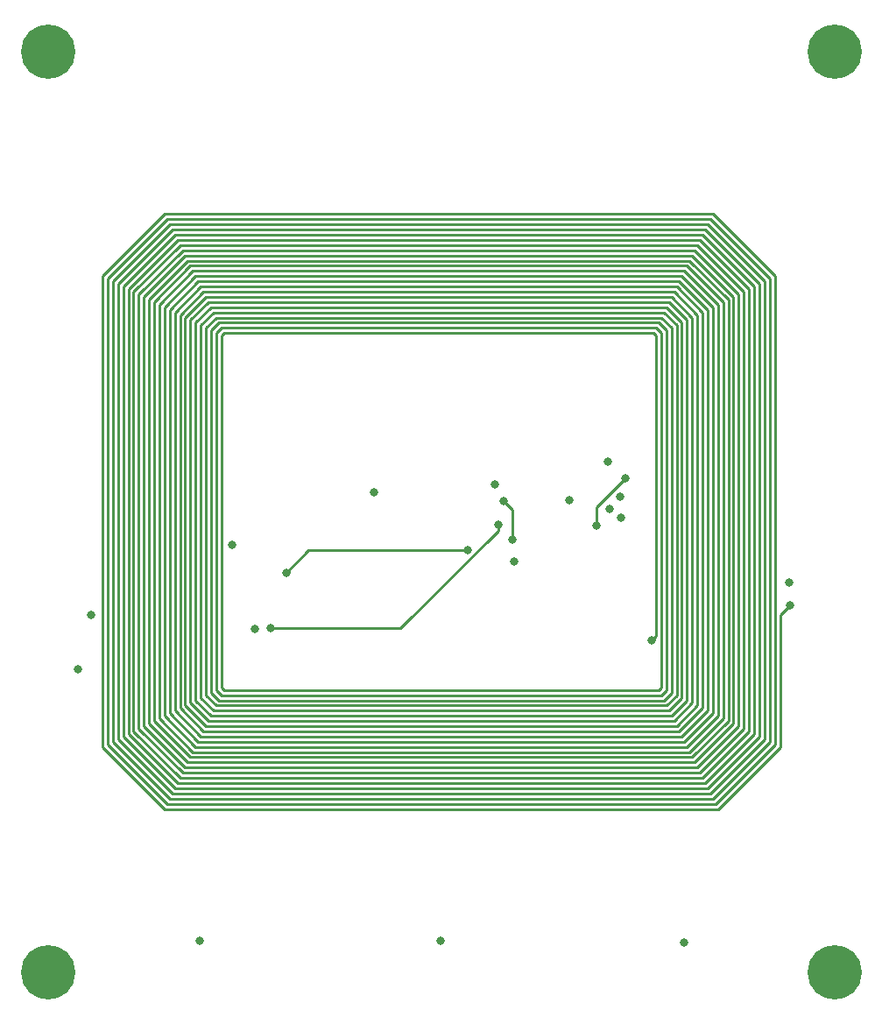
<source format=gbr>
%TF.GenerationSoftware,KiCad,Pcbnew,(6.0.7)*%
%TF.CreationDate,2023-01-31T02:47:43-08:00*%
%TF.ProjectId,solar-panel-NoCutout,736f6c61-722d-4706-916e-656c2d4e6f43,2.0*%
%TF.SameCoordinates,Original*%
%TF.FileFunction,Copper,L2,Inr*%
%TF.FilePolarity,Positive*%
%FSLAX46Y46*%
G04 Gerber Fmt 4.6, Leading zero omitted, Abs format (unit mm)*
G04 Created by KiCad (PCBNEW (6.0.7)) date 2023-01-31 02:47:43*
%MOMM*%
%LPD*%
G01*
G04 APERTURE LIST*
%TA.AperFunction,ComponentPad*%
%ADD10C,5.250000*%
%TD*%
%TA.AperFunction,ViaPad*%
%ADD11C,0.800000*%
%TD*%
%TA.AperFunction,Conductor*%
%ADD12C,0.250000*%
%TD*%
G04 APERTURE END LIST*
D10*
%TO.N,unconnected-(J2-Pad1)*%
%TO.C,J2*%
X106500000Y-70300000D03*
%TD*%
%TO.N,unconnected-(J3-Pad1)*%
%TO.C,J3*%
X106500000Y-159300000D03*
%TD*%
%TO.N,unconnected-(J4-Pad1)*%
%TO.C,J4*%
X182500000Y-70300000D03*
%TD*%
%TO.N,unconnected-(J5-Pad1)*%
%TO.C,J5*%
X182500000Y-159300000D03*
%TD*%
D11*
%TO.N,GND*%
X168000000Y-156390000D03*
X156860000Y-113670000D03*
X160570000Y-109960000D03*
X109400000Y-130030000D03*
X144450000Y-156250000D03*
X151530000Y-119620000D03*
X149675000Y-112100000D03*
X121120000Y-156220000D03*
X137975000Y-112925000D03*
X160750000Y-114500000D03*
%TO.N,+3V3*%
X150540000Y-113710000D03*
X126510000Y-126100000D03*
X151390000Y-117440000D03*
%TO.N,VSOLAR*%
X124270000Y-118000000D03*
X110660000Y-124750000D03*
%TO.N,SDA*%
X147030000Y-118510000D03*
X129500000Y-120644998D03*
%TO.N,SCL*%
X149990000Y-115990000D03*
X128000001Y-125999999D03*
%TO.N,Net-(C3-Pad1)*%
X159470000Y-116130000D03*
X162260000Y-111570000D03*
%TO.N,Net-(U3-Pad7)*%
X178200000Y-123800000D03*
X161890000Y-115330000D03*
X161820000Y-113350000D03*
X178120000Y-121620000D03*
X164800000Y-127190000D03*
%TD*%
D12*
%TO.N,+3V3*%
X151390000Y-114560000D02*
X150540000Y-113710000D01*
X151390000Y-117440000D02*
X151390000Y-114560000D01*
%TO.N,SDA*%
X129500000Y-120644998D02*
X131634998Y-118510000D01*
X131634998Y-118510000D02*
X147030000Y-118510000D01*
%TO.N,SCL*%
X140565304Y-126000001D02*
X128000001Y-126000001D01*
X149990000Y-115990000D02*
X149990000Y-116575305D01*
X149990000Y-116575305D02*
X140565304Y-126000001D01*
%TO.N,Net-(C3-Pad1)*%
X159470000Y-114360000D02*
X159470000Y-116130000D01*
X160205000Y-113625000D02*
X159470000Y-114360000D01*
X162260000Y-111570000D02*
X160205000Y-113625000D01*
%TO.N,Net-(U3-Pad7)*%
X172750000Y-94000000D02*
X172750000Y-135250000D01*
X165250000Y-97750000D02*
X165250000Y-126740000D01*
X171750000Y-94500000D02*
X171750000Y-134750000D01*
X168250000Y-96250000D02*
X168250000Y-133000000D01*
X170750000Y-95000000D02*
X170750000Y-134250000D01*
X113250000Y-136750000D02*
X113250000Y-92750000D01*
X115250000Y-135750000D02*
X115250000Y-93750000D01*
X118250000Y-87000000D02*
X170250000Y-87000000D01*
X174250000Y-93250000D02*
X174250000Y-136000000D01*
X175250000Y-92750000D02*
X175250000Y-136500000D01*
X165750000Y-97500000D02*
X165750000Y-131750000D01*
X111750000Y-92000000D02*
X117750000Y-86000000D01*
X121750000Y-94000000D02*
X166750000Y-94000000D01*
X120000000Y-90500000D02*
X168500000Y-90500000D01*
X167750000Y-132750000D02*
X166500000Y-134000000D01*
X175750000Y-136750000D02*
X170500000Y-142000000D01*
X167750000Y-136500000D02*
X121250000Y-136500000D01*
X170750000Y-142500000D02*
X118250000Y-142500000D01*
X114750000Y-136000000D02*
X114750000Y-93500000D01*
X169750000Y-95500000D02*
X169750000Y-133750000D01*
X170250000Y-134000000D02*
X167750000Y-136500000D01*
X169500000Y-140000000D02*
X119500000Y-140000000D01*
X165500000Y-96500000D02*
X166250000Y-97250000D01*
X122750000Y-96000000D02*
X165750000Y-96000000D01*
X122500000Y-134000000D02*
X121250000Y-132750000D01*
X122250000Y-132250000D02*
X122250000Y-97250000D01*
X117750000Y-143500000D02*
X111750000Y-137500000D01*
X118000000Y-86500000D02*
X170500000Y-86500000D01*
X119000000Y-88500000D02*
X169500000Y-88500000D01*
X120750000Y-133000000D02*
X120750000Y-96500000D01*
X165750000Y-96000000D02*
X166750000Y-97000000D01*
X175750000Y-92500000D02*
X175750000Y-136750000D01*
X174750000Y-136250000D02*
X170000000Y-141000000D01*
X121000000Y-137000000D02*
X118250000Y-134250000D01*
X123500000Y-132000000D02*
X123250000Y-131750000D01*
X170250000Y-87000000D02*
X175750000Y-92500000D01*
X169000000Y-89500000D02*
X173250000Y-93750000D01*
X166000000Y-133000000D02*
X123000000Y-133000000D01*
X115750000Y-94000000D02*
X119750000Y-90000000D01*
X173250000Y-93750000D02*
X173250000Y-135500000D01*
X167250000Y-96750000D02*
X167250000Y-132500000D01*
X165750000Y-132500000D02*
X123250000Y-132500000D01*
X112750000Y-137000000D02*
X112750000Y-92500000D01*
X166750000Y-134500000D02*
X122250000Y-134500000D01*
X170250000Y-95250000D02*
X170250000Y-134000000D01*
X173750000Y-93500000D02*
X173750000Y-135750000D01*
X113750000Y-136500000D02*
X113750000Y-93000000D01*
X120000000Y-139000000D02*
X116250000Y-135250000D01*
X171000000Y-143000000D02*
X118000000Y-143000000D01*
X166750000Y-97000000D02*
X166750000Y-132250000D01*
X119500000Y-140000000D02*
X115250000Y-135750000D01*
X177250000Y-124750000D02*
X177250000Y-137500000D01*
X123000000Y-133000000D02*
X122250000Y-132250000D01*
X112250000Y-92250000D02*
X118000000Y-86500000D01*
X173250000Y-135500000D02*
X169250000Y-139500000D01*
X116250000Y-94250000D02*
X120000000Y-90500000D01*
X175250000Y-136500000D02*
X170250000Y-141500000D01*
X170500000Y-142000000D02*
X118500000Y-142000000D01*
X168750000Y-133250000D02*
X167000000Y-135000000D01*
X122750000Y-133500000D02*
X121750000Y-132500000D01*
X169000000Y-139000000D02*
X120000000Y-139000000D01*
X117250000Y-134750000D02*
X117250000Y-94750000D01*
X166500000Y-94500000D02*
X168250000Y-96250000D01*
X122250000Y-97250000D02*
X123000000Y-96500000D01*
X113750000Y-93000000D02*
X118750000Y-88000000D01*
X116250000Y-135250000D02*
X116250000Y-94250000D01*
X177250000Y-137500000D02*
X171250000Y-143500000D01*
X169250000Y-95750000D02*
X169250000Y-133500000D01*
X115250000Y-93750000D02*
X119500000Y-89500000D01*
X123000000Y-96500000D02*
X165500000Y-96500000D01*
X122750000Y-97500000D02*
X123250000Y-97000000D01*
X121250000Y-132750000D02*
X121250000Y-96750000D01*
X122250000Y-95000000D02*
X166250000Y-95000000D01*
X121750000Y-135500000D02*
X119750000Y-133500000D01*
X111750000Y-137500000D02*
X111750000Y-92000000D01*
X169250000Y-139500000D02*
X119750000Y-139500000D01*
X166750000Y-94000000D02*
X168750000Y-96000000D01*
X122000000Y-135000000D02*
X120250000Y-133250000D01*
X120250000Y-96250000D02*
X122000000Y-94500000D01*
X118250000Y-142500000D02*
X112750000Y-137000000D01*
X123250000Y-131750000D02*
X123250000Y-97750000D01*
X123250000Y-132500000D02*
X122750000Y-132000000D01*
X168250000Y-137500000D02*
X120750000Y-137500000D01*
X119500000Y-89500000D02*
X169000000Y-89500000D01*
X166750000Y-132250000D02*
X166000000Y-133000000D01*
X166000000Y-95500000D02*
X167250000Y-96750000D01*
X171750000Y-134750000D02*
X168500000Y-138000000D01*
X170750000Y-86000000D02*
X176750000Y-92000000D01*
X168250000Y-91000000D02*
X171750000Y-94500000D01*
X165500000Y-132000000D02*
X123500000Y-132000000D01*
X118750000Y-88000000D02*
X169750000Y-88000000D01*
X170500000Y-86500000D02*
X176250000Y-92250000D01*
X172250000Y-135000000D02*
X168750000Y-138500000D01*
X113250000Y-92750000D02*
X118500000Y-87500000D01*
X119750000Y-96000000D02*
X121750000Y-94000000D01*
X168500000Y-90500000D02*
X172250000Y-94250000D01*
X168500000Y-138000000D02*
X120500000Y-138000000D01*
X112750000Y-92500000D02*
X118250000Y-87000000D01*
X119250000Y-140500000D02*
X114750000Y-136000000D01*
X120750000Y-137500000D02*
X117750000Y-134500000D01*
X167500000Y-92500000D02*
X170250000Y-95250000D01*
X165000000Y-97500000D02*
X165250000Y-97750000D01*
X166250000Y-133500000D02*
X122750000Y-133500000D01*
X168250000Y-133000000D02*
X166750000Y-134500000D01*
X122250000Y-134500000D02*
X120750000Y-133000000D01*
X118750000Y-95500000D02*
X121250000Y-93000000D01*
X116750000Y-94500000D02*
X120250000Y-91000000D01*
X176250000Y-92250000D02*
X176250000Y-137000000D01*
X172750000Y-135250000D02*
X169000000Y-139000000D01*
X171250000Y-94750000D02*
X171250000Y-134500000D01*
X115750000Y-135500000D02*
X115750000Y-94000000D01*
X170750000Y-134250000D02*
X168000000Y-137000000D01*
X118500000Y-142000000D02*
X113250000Y-136750000D01*
X165250000Y-126740000D02*
X164800000Y-127190000D01*
X165250000Y-97000000D02*
X165750000Y-97500000D01*
X176750000Y-92000000D02*
X176750000Y-137250000D01*
X169750000Y-88000000D02*
X174750000Y-93000000D01*
X173750000Y-135750000D02*
X169500000Y-140000000D01*
X119750000Y-133500000D02*
X119750000Y-96000000D01*
X118250000Y-95250000D02*
X121000000Y-92500000D01*
X119000000Y-141000000D02*
X114250000Y-136250000D01*
X118250000Y-134250000D02*
X118250000Y-95250000D01*
X120250000Y-138500000D02*
X116750000Y-135000000D01*
X112250000Y-137250000D02*
X112250000Y-92250000D01*
X122500000Y-95500000D02*
X166000000Y-95500000D01*
X121500000Y-136000000D02*
X119250000Y-133750000D01*
X166250000Y-97250000D02*
X166250000Y-132000000D01*
X116750000Y-135000000D02*
X116750000Y-94500000D01*
X121750000Y-97000000D02*
X122750000Y-96000000D01*
X121250000Y-93000000D02*
X167250000Y-93000000D01*
X117750000Y-134500000D02*
X117750000Y-95000000D01*
X119750000Y-90000000D02*
X168750000Y-90000000D01*
X170000000Y-141000000D02*
X119000000Y-141000000D01*
X123500000Y-97500000D02*
X165000000Y-97500000D01*
X119250000Y-89000000D02*
X169250000Y-89000000D01*
X176750000Y-137250000D02*
X171000000Y-143000000D01*
X169500000Y-88500000D02*
X174250000Y-93250000D01*
X167000000Y-135000000D02*
X122000000Y-135000000D01*
X168750000Y-138500000D02*
X120250000Y-138500000D01*
X120500000Y-91500000D02*
X168000000Y-91500000D01*
X171250000Y-134500000D02*
X168250000Y-137500000D01*
X114250000Y-93250000D02*
X119000000Y-88500000D01*
X120750000Y-92000000D02*
X167750000Y-92000000D01*
X123250000Y-97000000D02*
X165250000Y-97000000D01*
X168000000Y-137000000D02*
X121000000Y-137000000D01*
X122750000Y-132000000D02*
X122750000Y-97500000D01*
X114750000Y-93500000D02*
X119250000Y-89000000D01*
X166250000Y-95000000D02*
X167750000Y-96500000D01*
X167750000Y-96500000D02*
X167750000Y-132750000D01*
X120250000Y-133250000D02*
X120250000Y-96250000D01*
X169250000Y-89000000D02*
X173750000Y-93500000D01*
X167250000Y-132500000D02*
X166250000Y-133500000D01*
X121250000Y-136500000D02*
X118750000Y-134000000D01*
X118750000Y-141500000D02*
X113750000Y-136500000D01*
X122000000Y-94500000D02*
X166500000Y-94500000D01*
X167250000Y-93000000D02*
X169750000Y-95500000D01*
X178200000Y-123800000D02*
X177250000Y-124750000D01*
X166250000Y-132000000D02*
X165750000Y-132500000D01*
X121000000Y-92500000D02*
X167500000Y-92500000D01*
X119250000Y-133750000D02*
X119250000Y-95750000D01*
X171250000Y-143500000D02*
X117750000Y-143500000D01*
X174750000Y-93000000D02*
X174750000Y-136250000D01*
X117250000Y-94750000D02*
X120500000Y-91500000D01*
X169250000Y-133500000D02*
X167250000Y-135500000D01*
X169750000Y-140500000D02*
X119250000Y-140500000D01*
X170000000Y-87500000D02*
X175250000Y-92750000D01*
X172250000Y-94250000D02*
X172250000Y-135000000D01*
X170250000Y-141500000D02*
X118750000Y-141500000D01*
X118000000Y-143000000D02*
X112250000Y-137250000D01*
X120500000Y-138000000D02*
X117250000Y-134750000D01*
X123250000Y-97750000D02*
X123500000Y-97500000D01*
X120750000Y-96500000D02*
X122250000Y-95000000D01*
X167250000Y-135500000D02*
X121750000Y-135500000D01*
X121750000Y-132500000D02*
X121750000Y-97000000D01*
X168750000Y-90000000D02*
X172750000Y-94000000D01*
X176250000Y-137000000D02*
X170750000Y-142500000D01*
X165750000Y-131750000D02*
X165500000Y-132000000D01*
X121250000Y-96750000D02*
X122500000Y-95500000D01*
X166500000Y-134000000D02*
X122500000Y-134000000D01*
X120250000Y-91000000D02*
X168250000Y-91000000D01*
X118500000Y-87500000D02*
X170000000Y-87500000D01*
X119750000Y-139500000D02*
X115750000Y-135500000D01*
X168000000Y-91500000D02*
X171250000Y-94750000D01*
X118750000Y-134000000D02*
X118750000Y-95500000D01*
X174250000Y-136000000D02*
X169750000Y-140500000D01*
X119250000Y-95750000D02*
X121500000Y-93500000D01*
X114250000Y-136250000D02*
X114250000Y-93250000D01*
X167500000Y-136000000D02*
X121500000Y-136000000D01*
X167750000Y-92000000D02*
X170750000Y-95000000D01*
X117750000Y-95000000D02*
X120750000Y-92000000D01*
X121500000Y-93500000D02*
X167000000Y-93500000D01*
X169750000Y-133750000D02*
X167500000Y-136000000D01*
X167000000Y-93500000D02*
X169250000Y-95750000D01*
X168750000Y-96000000D02*
X168750000Y-133250000D01*
X117750000Y-86000000D02*
X170750000Y-86000000D01*
%TD*%
M02*

</source>
